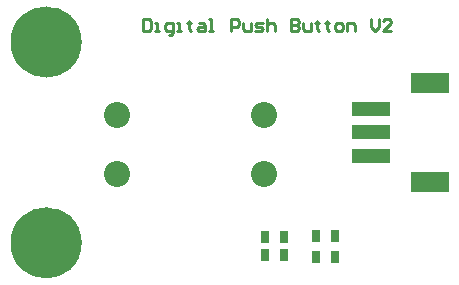
<source format=gts>
%FSLAX25Y25*%
%MOIN*%
G70*
G01*
G75*
G04 Layer_Color=8388736*
%ADD10R,0.02362X0.03150*%
%ADD11R,0.11811X0.03937*%
%ADD12R,0.11811X0.05906*%
%ADD13C,0.01000*%
%ADD14C,0.07874*%
%ADD15C,0.03937*%
%ADD16C,0.23622*%
%ADD17C,0.00300*%
%ADD18C,0.00500*%
%ADD19C,0.00394*%
%ADD20C,0.05906*%
%ADD21R,0.03162X0.03950*%
%ADD22R,0.12611X0.04737*%
%ADD23R,0.12611X0.06706*%
%ADD24C,0.08674*%
D13*
X46000Y88499D02*
Y84500D01*
X47999D01*
X48666Y85166D01*
Y87832D01*
X47999Y88499D01*
X46000D01*
X49999Y84500D02*
X51332D01*
X50665D01*
Y87166D01*
X49999D01*
X54664Y83167D02*
X55330D01*
X55997Y83834D01*
Y87166D01*
X53997D01*
X53331Y86499D01*
Y85166D01*
X53997Y84500D01*
X55997D01*
X57330D02*
X58663D01*
X57996D01*
Y87166D01*
X57330D01*
X61328Y87832D02*
Y87166D01*
X60662D01*
X61995D01*
X61328D01*
Y85166D01*
X61995Y84500D01*
X64661Y87166D02*
X65994D01*
X66660Y86499D01*
Y84500D01*
X64661D01*
X63994Y85166D01*
X64661Y85833D01*
X66660D01*
X67993Y84500D02*
X69326D01*
X68659D01*
Y88499D01*
X67993D01*
X75324Y84500D02*
Y88499D01*
X77323D01*
X77990Y87832D01*
Y86499D01*
X77323Y85833D01*
X75324D01*
X79323Y87166D02*
Y85166D01*
X79989Y84500D01*
X81988D01*
Y87166D01*
X83321Y84500D02*
X85321D01*
X85987Y85166D01*
X85321Y85833D01*
X83988D01*
X83321Y86499D01*
X83988Y87166D01*
X85987D01*
X87320Y88499D02*
Y84500D01*
Y86499D01*
X87986Y87166D01*
X89319D01*
X89986Y86499D01*
Y84500D01*
X95317Y88499D02*
Y84500D01*
X97317D01*
X97983Y85166D01*
Y85833D01*
X97317Y86499D01*
X95317D01*
X97317D01*
X97983Y87166D01*
Y87832D01*
X97317Y88499D01*
X95317D01*
X99316Y87166D02*
Y85166D01*
X99983Y84500D01*
X101982D01*
Y87166D01*
X103981Y87832D02*
Y87166D01*
X103315D01*
X104648D01*
X103981D01*
Y85166D01*
X104648Y84500D01*
X107314Y87832D02*
Y87166D01*
X106647D01*
X107980D01*
X107314D01*
Y85166D01*
X107980Y84500D01*
X110646D02*
X111979D01*
X112645Y85166D01*
Y86499D01*
X111979Y87166D01*
X110646D01*
X109979Y86499D01*
Y85166D01*
X110646Y84500D01*
X113978D02*
Y87166D01*
X115977D01*
X116644Y86499D01*
Y84500D01*
X121976Y88499D02*
Y85833D01*
X123308Y84500D01*
X124641Y85833D01*
Y88499D01*
X128640Y84500D02*
X125974D01*
X128640Y87166D01*
Y87832D01*
X127974Y88499D01*
X126641D01*
X125974Y87832D01*
D15*
X7516Y86972D02*
D03*
X20043D02*
D03*
X13780Y89567D02*
D03*
X4921Y80709D02*
D03*
X7516Y74445D02*
D03*
X13780Y71850D02*
D03*
X20043Y74445D02*
D03*
X22638Y80709D02*
D03*
X7516Y20043D02*
D03*
X20043D02*
D03*
X13780Y22638D02*
D03*
X4921Y13780D02*
D03*
X7516Y7516D02*
D03*
X13780Y4921D02*
D03*
X20043Y7516D02*
D03*
X22638Y13780D02*
D03*
D16*
X13780Y80709D02*
D03*
Y13780D02*
D03*
D20*
X22638Y80709D02*
G03*
X22638Y80709I-8858J0D01*
G01*
Y13780D02*
G03*
X22638Y13780I-8858J0D01*
G01*
D21*
X86614Y15748D02*
D03*
X92913D02*
D03*
X86614Y9843D02*
D03*
X92913D02*
D03*
X103587Y16106D02*
D03*
X109886D02*
D03*
X103543Y9055D02*
D03*
X109843D02*
D03*
D22*
X121858Y58480D02*
D03*
Y50606D02*
D03*
Y42732D02*
D03*
Y58480D02*
D03*
D23*
X141543Y67142D02*
D03*
Y34071D02*
D03*
D24*
X37252Y56449D02*
D03*
X86465Y36764D02*
D03*
Y56449D02*
D03*
X37252Y36764D02*
D03*
M02*

</source>
